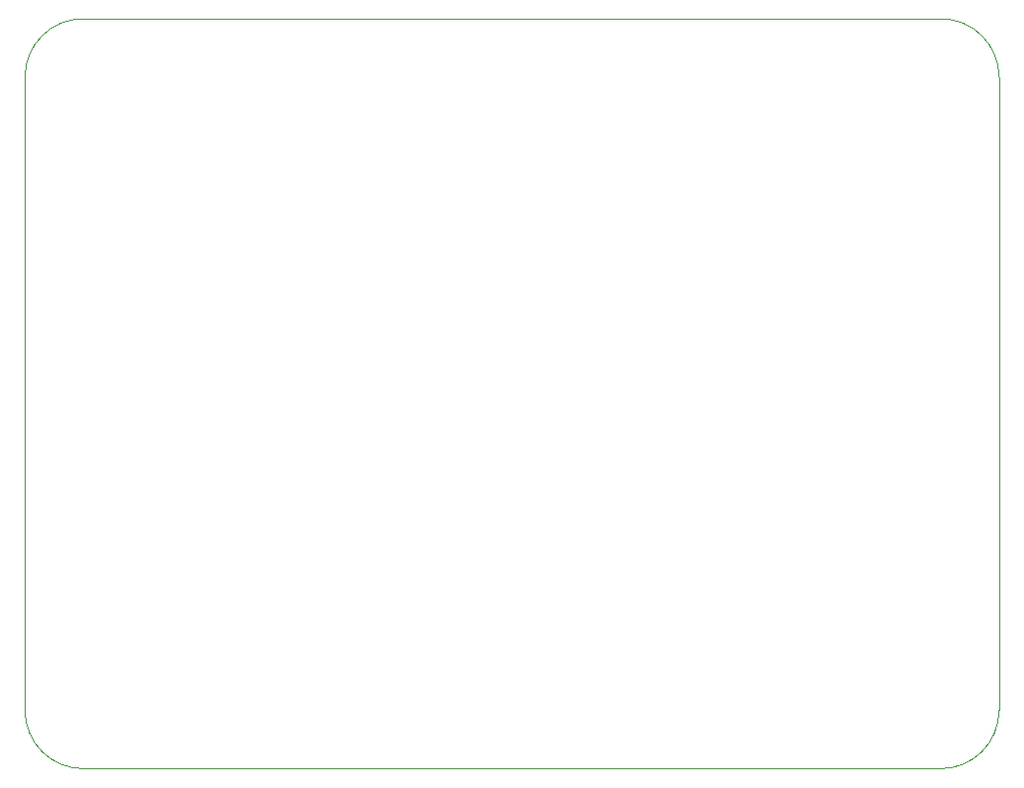
<source format=gbr>
%TF.GenerationSoftware,KiCad,Pcbnew,7.0.7*%
%TF.CreationDate,2024-04-25T11:27:23-04:00*%
%TF.ProjectId,TPA3116_breakout_v1,54504133-3131-4365-9f62-7265616b6f75,rev?*%
%TF.SameCoordinates,Original*%
%TF.FileFunction,Profile,NP*%
%FSLAX46Y46*%
G04 Gerber Fmt 4.6, Leading zero omitted, Abs format (unit mm)*
G04 Created by KiCad (PCBNEW 7.0.7) date 2024-04-25 11:27:23*
%MOMM*%
%LPD*%
G01*
G04 APERTURE LIST*
%TA.AperFunction,Profile*%
%ADD10C,0.100000*%
%TD*%
G04 APERTURE END LIST*
D10*
X177500000Y-114300000D02*
G75*
G03*
X182500000Y-109300000I0J5000000D01*
G01*
X99060000Y-109300000D02*
G75*
G03*
X104060000Y-114300000I5000000J0D01*
G01*
X104060000Y-50000000D02*
G75*
G03*
X99060000Y-55000000I0J-5000000D01*
G01*
X182500000Y-55000000D02*
G75*
G03*
X177500000Y-50000000I-5000000J0D01*
G01*
X99060000Y-55000000D02*
X99060000Y-109300000D01*
X182500000Y-109300000D02*
X182500000Y-55000000D01*
X177500000Y-50000000D02*
X104060000Y-50000000D01*
X104060000Y-114300000D02*
X177500000Y-114300000D01*
M02*

</source>
